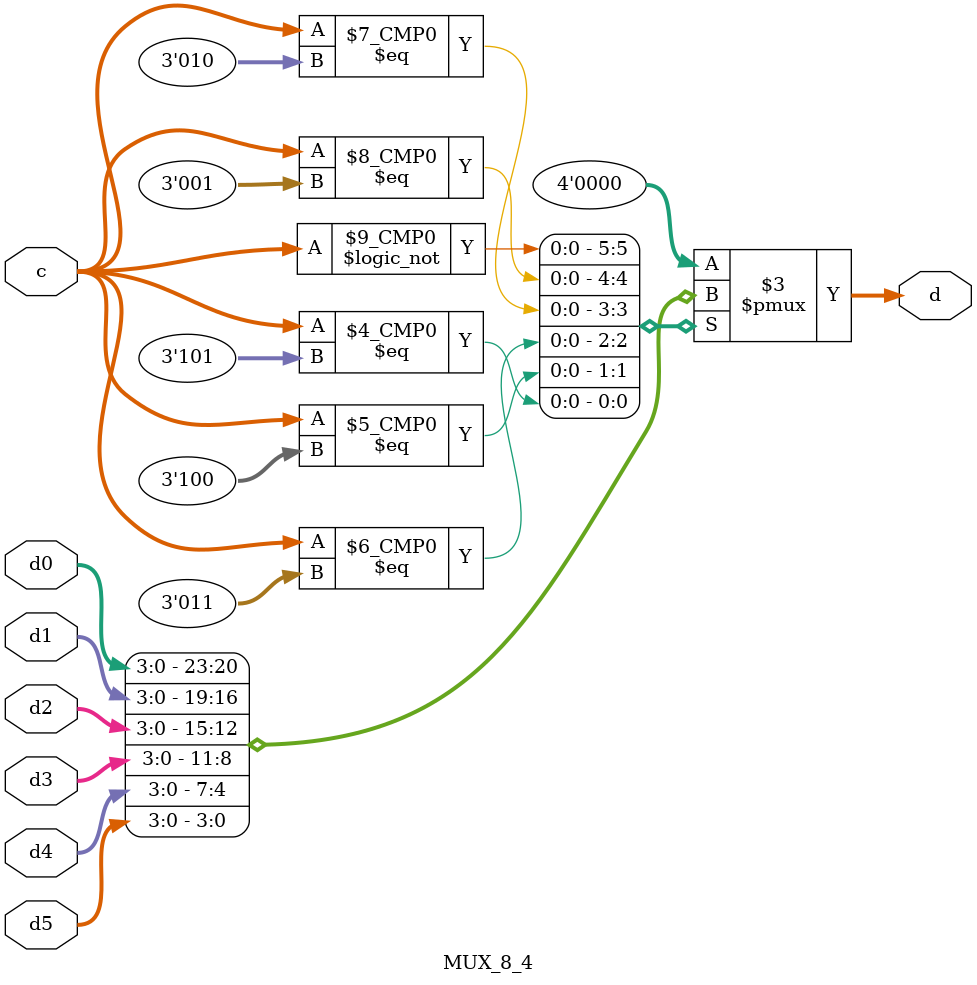
<source format=v>
`timescale 1ns / 1ps

module MUX_8_4 (input[3:0]d0,
                d1,
                d2,
                d3,
                d4,
                d5,
                input [2:0]c,
                output reg [3:0]d);
always @(*) begin
    case(c)
        0:d       = d0;
        1:d       = d1;
        2:d       = d2;
        3:d       = d3;
        4:d       = d4;
        5:d       = d5;
        default:d = 0;
    endcase
end
endmodule

</source>
